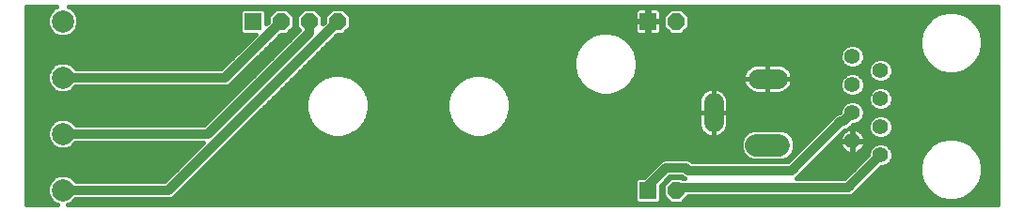
<source format=gbl>
G75*
%MOIN*%
%OFA0B0*%
%FSLAX24Y24*%
%IPPOS*%
%LPD*%
%AMOC8*
5,1,8,0,0,1.08239X$1,22.5*
%
%ADD10R,0.0600X0.0600*%
%ADD11OC8,0.0600*%
%ADD12C,0.0554*%
%ADD13C,0.0700*%
%ADD14C,0.0800*%
%ADD15C,0.0787*%
%ADD16C,0.0320*%
%ADD17C,0.0160*%
D10*
X008680Y007180D03*
X022680Y007180D03*
X022680Y001180D03*
D11*
X023680Y001180D03*
X023680Y007180D03*
X011680Y007180D03*
X010680Y007180D03*
X009680Y007180D03*
D12*
X029930Y005930D03*
X030930Y005430D03*
X029930Y004930D03*
X030930Y004430D03*
X029930Y003930D03*
X030930Y003430D03*
X029930Y002930D03*
X030930Y002430D03*
D13*
X025001Y003598D02*
X025001Y004298D01*
X026580Y005149D02*
X027280Y005149D01*
D14*
X027330Y002786D02*
X026530Y002786D01*
D15*
X001940Y003188D03*
X001940Y001188D03*
X001940Y005188D03*
X001940Y007188D03*
D16*
X001940Y005188D02*
X001980Y005180D01*
X007680Y005180D01*
X009680Y007180D01*
X010680Y007180D02*
X010680Y006780D01*
X007080Y003180D01*
X001980Y003180D01*
X001940Y003188D01*
X001940Y001188D02*
X001980Y001180D01*
X005680Y001180D01*
X011680Y007180D01*
X022680Y001330D02*
X023330Y001980D01*
X024030Y001980D01*
X024130Y001880D01*
X027780Y001880D01*
X029530Y003630D01*
X029630Y003630D01*
X029930Y003930D01*
X030930Y002430D02*
X029780Y001280D01*
X023830Y001280D01*
X023730Y001180D01*
X023680Y001180D01*
X022680Y001180D02*
X022680Y001330D01*
D17*
X001749Y000668D02*
X000660Y000668D01*
X000660Y007700D01*
X001728Y007700D01*
X001626Y007658D01*
X001470Y007502D01*
X001386Y007298D01*
X001386Y007078D01*
X001470Y006875D01*
X001626Y006719D01*
X001830Y006635D01*
X002050Y006635D01*
X002253Y006719D01*
X002409Y006875D01*
X002494Y007078D01*
X002494Y007298D01*
X002409Y007502D01*
X002253Y007658D01*
X002151Y007700D01*
X035070Y007700D01*
X035070Y000668D01*
X002130Y000668D01*
X002253Y000719D01*
X002395Y000860D01*
X005744Y000860D01*
X005861Y000909D01*
X005951Y000999D01*
X011673Y006720D01*
X011871Y006720D01*
X012140Y006989D01*
X012140Y007371D01*
X011871Y007640D01*
X011489Y007640D01*
X011220Y007371D01*
X011220Y007173D01*
X011140Y007093D01*
X011140Y007371D01*
X010871Y007640D01*
X010489Y007640D01*
X010220Y007371D01*
X010220Y006989D01*
X010328Y006881D01*
X006947Y003500D01*
X002410Y003500D01*
X002409Y003502D01*
X002253Y003658D01*
X002050Y003742D01*
X001830Y003742D01*
X001626Y003658D01*
X001470Y003502D01*
X001386Y003298D01*
X001386Y003078D01*
X001470Y002875D01*
X001626Y002719D01*
X001830Y002635D01*
X002050Y002635D01*
X002253Y002719D01*
X002395Y002860D01*
X006907Y002860D01*
X005547Y001500D01*
X002410Y001500D01*
X002409Y001502D01*
X002253Y001658D01*
X002050Y001742D01*
X001830Y001742D01*
X001626Y001658D01*
X001470Y001502D01*
X001386Y001298D01*
X001386Y001078D01*
X001470Y000875D01*
X001626Y000719D01*
X001749Y000668D01*
X001531Y000814D02*
X000660Y000814D01*
X000660Y000973D02*
X001430Y000973D01*
X001386Y001131D02*
X000660Y001131D01*
X000660Y001290D02*
X001386Y001290D01*
X001448Y001448D02*
X000660Y001448D01*
X000660Y001607D02*
X001575Y001607D01*
X002305Y001607D02*
X005654Y001607D01*
X005812Y001765D02*
X000660Y001765D01*
X000660Y001924D02*
X005971Y001924D01*
X006129Y002082D02*
X000660Y002082D01*
X000660Y002241D02*
X006288Y002241D01*
X006446Y002399D02*
X000660Y002399D01*
X000660Y002558D02*
X006605Y002558D01*
X006763Y002716D02*
X002246Y002716D01*
X001633Y002716D02*
X000660Y002716D01*
X000660Y002875D02*
X001471Y002875D01*
X001405Y003033D02*
X000660Y003033D01*
X000660Y003192D02*
X001386Y003192D01*
X001407Y003350D02*
X000660Y003350D01*
X000660Y003509D02*
X001477Y003509D01*
X001649Y003667D02*
X000660Y003667D01*
X000660Y003826D02*
X007273Y003826D01*
X007431Y003984D02*
X000660Y003984D01*
X000660Y004143D02*
X007590Y004143D01*
X007748Y004301D02*
X000660Y004301D01*
X000660Y004460D02*
X007907Y004460D01*
X008065Y004618D02*
X000660Y004618D01*
X000660Y004777D02*
X001569Y004777D01*
X001626Y004719D02*
X001830Y004635D01*
X002050Y004635D01*
X002253Y004719D01*
X002395Y004860D01*
X007744Y004860D01*
X007861Y004909D01*
X007951Y004999D01*
X009673Y006720D01*
X009871Y006720D01*
X010140Y006989D01*
X010140Y007371D01*
X009871Y007640D01*
X009489Y007640D01*
X009220Y007371D01*
X009220Y007173D01*
X009140Y007093D01*
X009140Y007546D01*
X009046Y007640D01*
X008314Y007640D01*
X008220Y007546D01*
X008220Y006814D01*
X008314Y006720D01*
X008767Y006720D01*
X007547Y005500D01*
X002410Y005500D01*
X002409Y005502D01*
X002253Y005658D01*
X002050Y005742D01*
X001830Y005742D01*
X001626Y005658D01*
X001470Y005502D01*
X001386Y005298D01*
X001386Y005078D01*
X001470Y004875D01*
X001626Y004719D01*
X001445Y004935D02*
X000660Y004935D01*
X000660Y005094D02*
X001386Y005094D01*
X001386Y005252D02*
X000660Y005252D01*
X000660Y005411D02*
X001433Y005411D01*
X001537Y005569D02*
X000660Y005569D01*
X000660Y005728D02*
X001795Y005728D01*
X002085Y005728D02*
X007775Y005728D01*
X007933Y005886D02*
X000660Y005886D01*
X000660Y006045D02*
X008092Y006045D01*
X008250Y006203D02*
X000660Y006203D01*
X000660Y006362D02*
X008409Y006362D01*
X008567Y006520D02*
X000660Y006520D01*
X000660Y006679D02*
X001724Y006679D01*
X001508Y006837D02*
X000660Y006837D01*
X000660Y006996D02*
X001420Y006996D01*
X001386Y007154D02*
X000660Y007154D01*
X000660Y007313D02*
X001392Y007313D01*
X001458Y007471D02*
X000660Y007471D01*
X000660Y007630D02*
X001598Y007630D01*
X002282Y007630D02*
X008303Y007630D01*
X008220Y007471D02*
X002422Y007471D01*
X002488Y007313D02*
X008220Y007313D01*
X008220Y007154D02*
X002494Y007154D01*
X002459Y006996D02*
X008220Y006996D01*
X008220Y006837D02*
X002372Y006837D01*
X002156Y006679D02*
X008726Y006679D01*
X009314Y006362D02*
X009809Y006362D01*
X009967Y006520D02*
X009473Y006520D01*
X009631Y006679D02*
X010126Y006679D01*
X009988Y006837D02*
X010284Y006837D01*
X010220Y006996D02*
X010140Y006996D01*
X010140Y007154D02*
X010220Y007154D01*
X010220Y007313D02*
X010140Y007313D01*
X010040Y007471D02*
X010320Y007471D01*
X010479Y007630D02*
X009881Y007630D01*
X009479Y007630D02*
X009057Y007630D01*
X009140Y007471D02*
X009320Y007471D01*
X009220Y007313D02*
X009140Y007313D01*
X009140Y007154D02*
X009201Y007154D01*
X010881Y007630D02*
X011479Y007630D01*
X011320Y007471D02*
X011040Y007471D01*
X011140Y007313D02*
X011220Y007313D01*
X011201Y007154D02*
X011140Y007154D01*
X011988Y006837D02*
X022205Y006837D01*
X022200Y006856D02*
X022212Y006811D01*
X022236Y006769D01*
X022269Y006736D01*
X022311Y006712D01*
X022356Y006700D01*
X022660Y006700D01*
X022660Y007160D01*
X022700Y007160D01*
X022700Y007200D01*
X022660Y007200D01*
X022660Y007660D01*
X022356Y007660D01*
X022311Y007648D01*
X022269Y007624D01*
X022236Y007591D01*
X022212Y007549D01*
X022200Y007504D01*
X022200Y007200D01*
X022660Y007200D01*
X022660Y007160D01*
X022200Y007160D01*
X022200Y006856D01*
X022200Y006996D02*
X012140Y006996D01*
X012140Y007154D02*
X022200Y007154D01*
X022200Y007313D02*
X012140Y007313D01*
X012040Y007471D02*
X022200Y007471D01*
X022279Y007630D02*
X011881Y007630D01*
X011631Y006679D02*
X020649Y006679D01*
X020744Y006733D02*
X020486Y006584D01*
X020276Y006374D01*
X020127Y006116D01*
X020050Y005829D01*
X020050Y005531D01*
X020127Y005244D01*
X020276Y004986D01*
X020486Y004776D01*
X020744Y004627D01*
X021031Y004550D01*
X021329Y004550D01*
X021616Y004627D01*
X021874Y004776D01*
X022084Y004986D01*
X022233Y005244D01*
X022310Y005531D01*
X022310Y005829D01*
X022233Y006116D01*
X022084Y006374D01*
X021874Y006584D01*
X021616Y006733D01*
X021329Y006810D01*
X021031Y006810D01*
X020744Y006733D01*
X020422Y006520D02*
X011473Y006520D01*
X011314Y006362D02*
X020269Y006362D01*
X020177Y006203D02*
X011156Y006203D01*
X010997Y006045D02*
X020108Y006045D01*
X020065Y005886D02*
X010839Y005886D01*
X010680Y005728D02*
X020050Y005728D01*
X020050Y005569D02*
X010522Y005569D01*
X010363Y005411D02*
X020082Y005411D01*
X020125Y005252D02*
X017045Y005252D01*
X017116Y005233D02*
X016829Y005310D01*
X016531Y005310D01*
X016244Y005233D01*
X015986Y005084D01*
X015776Y004874D01*
X015627Y004616D01*
X015550Y004329D01*
X015550Y004031D01*
X015627Y003744D01*
X015776Y003486D01*
X015986Y003276D01*
X016244Y003127D01*
X016531Y003050D01*
X016829Y003050D01*
X017116Y003127D01*
X017374Y003276D01*
X017584Y003486D01*
X017733Y003744D01*
X017810Y004031D01*
X017810Y004329D01*
X017733Y004616D01*
X017584Y004874D01*
X017374Y005084D01*
X017116Y005233D01*
X017358Y005094D02*
X020214Y005094D01*
X020327Y004935D02*
X017523Y004935D01*
X017640Y004777D02*
X020485Y004777D01*
X020777Y004618D02*
X017732Y004618D01*
X017775Y004460D02*
X024496Y004460D01*
X024484Y004422D02*
X024471Y004339D01*
X024471Y003948D01*
X025001Y003948D01*
X025001Y003948D01*
X025001Y004828D01*
X025043Y004828D01*
X025125Y004815D01*
X025204Y004789D01*
X025279Y004751D01*
X025346Y004702D01*
X025405Y004643D01*
X025454Y004575D01*
X025492Y004501D01*
X025518Y004422D01*
X025531Y004339D01*
X025531Y003948D01*
X025001Y003948D01*
X025001Y003948D01*
X025001Y004828D01*
X024959Y004828D01*
X024877Y004815D01*
X024797Y004789D01*
X024723Y004751D01*
X024656Y004702D01*
X024597Y004643D01*
X024548Y004575D01*
X024510Y004501D01*
X024484Y004422D01*
X024471Y004301D02*
X017810Y004301D01*
X017810Y004143D02*
X024471Y004143D01*
X024471Y003984D02*
X017797Y003984D01*
X017755Y003826D02*
X024471Y003826D01*
X024471Y003948D02*
X024471Y003556D01*
X024484Y003474D01*
X024510Y003394D01*
X024548Y003320D01*
X024597Y003252D01*
X024656Y003193D01*
X024723Y003144D01*
X024797Y003107D01*
X024877Y003081D01*
X024959Y003068D01*
X025001Y003068D01*
X025043Y003068D01*
X025125Y003081D01*
X025204Y003107D01*
X025279Y003144D01*
X025346Y003193D01*
X025405Y003252D01*
X025454Y003320D01*
X025492Y003394D01*
X025518Y003474D01*
X025531Y003556D01*
X025531Y003948D01*
X025001Y003948D01*
X025001Y003948D01*
X025001Y003068D01*
X025001Y003948D01*
X025001Y003948D01*
X024471Y003948D01*
X025001Y003984D02*
X025001Y003984D01*
X025001Y003826D02*
X025001Y003826D01*
X025001Y003667D02*
X025001Y003667D01*
X025001Y003509D02*
X025001Y003509D01*
X025001Y003350D02*
X025001Y003350D01*
X025001Y003192D02*
X025001Y003192D01*
X025343Y003192D02*
X026143Y003192D01*
X026213Y003261D02*
X026055Y003104D01*
X025970Y002898D01*
X025970Y002675D01*
X026055Y002469D01*
X026213Y002312D01*
X026419Y002226D01*
X027441Y002226D01*
X027647Y002312D01*
X027805Y002469D01*
X027890Y002675D01*
X027890Y002898D01*
X027805Y003104D01*
X027647Y003261D01*
X027441Y003346D01*
X026419Y003346D01*
X026213Y003261D01*
X026026Y003033D02*
X007986Y003033D01*
X008144Y003192D02*
X011132Y003192D01*
X011244Y003127D02*
X011531Y003050D01*
X011829Y003050D01*
X012116Y003127D01*
X012374Y003276D01*
X012584Y003486D01*
X012733Y003744D01*
X012810Y004031D01*
X012810Y004329D01*
X012733Y004616D01*
X012584Y004874D01*
X012374Y005084D01*
X012116Y005233D01*
X011829Y005310D01*
X011531Y005310D01*
X011244Y005233D01*
X010986Y005084D01*
X010776Y004874D01*
X010627Y004616D01*
X010550Y004329D01*
X010550Y004031D01*
X010627Y003744D01*
X010776Y003486D01*
X010986Y003276D01*
X011244Y003127D01*
X010912Y003350D02*
X008303Y003350D01*
X008461Y003509D02*
X010763Y003509D01*
X010671Y003667D02*
X008620Y003667D01*
X008778Y003826D02*
X010605Y003826D01*
X010563Y003984D02*
X008937Y003984D01*
X009095Y004143D02*
X010550Y004143D01*
X010550Y004301D02*
X009254Y004301D01*
X009412Y004460D02*
X010585Y004460D01*
X010628Y004618D02*
X009571Y004618D01*
X009729Y004777D02*
X010720Y004777D01*
X010837Y004935D02*
X009888Y004935D01*
X010046Y005094D02*
X011002Y005094D01*
X011315Y005252D02*
X010205Y005252D01*
X009175Y005728D02*
X008680Y005728D01*
X008839Y005886D02*
X009333Y005886D01*
X009492Y006045D02*
X008997Y006045D01*
X009156Y006203D02*
X009650Y006203D01*
X009016Y005569D02*
X008522Y005569D01*
X008363Y005411D02*
X008858Y005411D01*
X008699Y005252D02*
X008205Y005252D01*
X008046Y005094D02*
X008541Y005094D01*
X008382Y004935D02*
X007888Y004935D01*
X008224Y004777D02*
X002311Y004777D01*
X002342Y005569D02*
X007616Y005569D01*
X007114Y003667D02*
X002231Y003667D01*
X002403Y003509D02*
X006956Y003509D01*
X007827Y002875D02*
X025970Y002875D01*
X025970Y002716D02*
X007669Y002716D01*
X007510Y002558D02*
X026019Y002558D01*
X026125Y002399D02*
X007352Y002399D01*
X007193Y002241D02*
X023138Y002241D01*
X023149Y002251D02*
X022537Y001640D01*
X022314Y001640D01*
X022220Y001546D01*
X022220Y000814D01*
X002349Y000814D01*
X005925Y000973D02*
X022220Y000973D01*
X022220Y001131D02*
X006084Y001131D01*
X006242Y001290D02*
X022220Y001290D01*
X022220Y001448D02*
X006401Y001448D01*
X006559Y001607D02*
X022280Y001607D01*
X022662Y001765D02*
X006718Y001765D01*
X006876Y001924D02*
X022821Y001924D01*
X022979Y002082D02*
X007035Y002082D01*
X012228Y003192D02*
X016132Y003192D01*
X015912Y003350D02*
X012448Y003350D01*
X012597Y003509D02*
X015763Y003509D01*
X015671Y003667D02*
X012689Y003667D01*
X012755Y003826D02*
X015605Y003826D01*
X015563Y003984D02*
X012797Y003984D01*
X012810Y004143D02*
X015550Y004143D01*
X015550Y004301D02*
X012810Y004301D01*
X012775Y004460D02*
X015585Y004460D01*
X015628Y004618D02*
X012732Y004618D01*
X012640Y004777D02*
X015720Y004777D01*
X015837Y004935D02*
X012523Y004935D01*
X012358Y005094D02*
X016002Y005094D01*
X016315Y005252D02*
X012045Y005252D01*
X017228Y003192D02*
X024658Y003192D01*
X024532Y003350D02*
X017448Y003350D01*
X017597Y003509D02*
X024478Y003509D01*
X024471Y003667D02*
X017689Y003667D01*
X021583Y004618D02*
X024578Y004618D01*
X024773Y004777D02*
X021875Y004777D01*
X022033Y004935D02*
X026094Y004935D01*
X026089Y004945D02*
X026127Y004871D01*
X026176Y004803D01*
X026235Y004744D01*
X026302Y004695D01*
X026377Y004657D01*
X026456Y004632D01*
X026538Y004619D01*
X026930Y004619D01*
X027322Y004619D01*
X027404Y004632D01*
X027483Y004657D01*
X027558Y004695D01*
X027625Y004744D01*
X027684Y004803D01*
X027733Y004871D01*
X027771Y004945D01*
X027797Y005024D01*
X027810Y005107D01*
X027810Y005148D01*
X026930Y005148D01*
X026930Y004619D01*
X026930Y005148D01*
X026930Y005148D01*
X026930Y005149D01*
X026930Y005679D01*
X026538Y005679D01*
X026456Y005665D01*
X026377Y005640D01*
X026302Y005602D01*
X026235Y005553D01*
X026176Y005494D01*
X026127Y005426D01*
X026089Y005352D01*
X026063Y005273D01*
X026050Y005190D01*
X026050Y005149D01*
X026930Y005149D01*
X026930Y005149D01*
X026930Y005679D01*
X027322Y005679D01*
X027404Y005665D01*
X027483Y005640D01*
X027558Y005602D01*
X027625Y005553D01*
X027684Y005494D01*
X027733Y005426D01*
X027771Y005352D01*
X027797Y005273D01*
X027810Y005190D01*
X027810Y005149D01*
X026930Y005149D01*
X026930Y005148D01*
X026050Y005148D01*
X026050Y005107D01*
X026063Y005024D01*
X026089Y004945D01*
X026052Y005094D02*
X022146Y005094D01*
X022235Y005252D02*
X026060Y005252D01*
X026119Y005411D02*
X022278Y005411D01*
X022310Y005569D02*
X026257Y005569D01*
X026930Y005569D02*
X026930Y005569D01*
X026930Y005411D02*
X026930Y005411D01*
X026930Y005252D02*
X026930Y005252D01*
X026930Y005094D02*
X026930Y005094D01*
X026930Y004935D02*
X026930Y004935D01*
X026930Y004777D02*
X026930Y004777D01*
X027658Y004777D02*
X029520Y004777D01*
X029493Y004843D02*
X029559Y004682D01*
X029682Y004559D01*
X029843Y004493D01*
X030017Y004493D01*
X030178Y004559D01*
X030301Y004682D01*
X030367Y004843D01*
X030367Y005017D01*
X030301Y005178D01*
X030178Y005301D01*
X030017Y005367D01*
X029843Y005367D01*
X029682Y005301D01*
X029559Y005178D01*
X029493Y005017D01*
X029493Y004843D01*
X029493Y004935D02*
X027766Y004935D01*
X027808Y005094D02*
X029525Y005094D01*
X029634Y005252D02*
X027800Y005252D01*
X027741Y005411D02*
X030493Y005411D01*
X030493Y005343D02*
X030559Y005182D01*
X030682Y005059D01*
X030843Y004993D01*
X031017Y004993D01*
X031178Y005059D01*
X031301Y005182D01*
X031367Y005343D01*
X031367Y005517D01*
X031301Y005678D01*
X031178Y005801D01*
X031017Y005867D01*
X030843Y005867D01*
X030682Y005801D01*
X030559Y005678D01*
X030493Y005517D01*
X030493Y005343D01*
X030531Y005252D02*
X030226Y005252D01*
X030335Y005094D02*
X030648Y005094D01*
X030682Y004801D02*
X030843Y004867D01*
X031017Y004867D01*
X031178Y004801D01*
X031301Y004678D01*
X031367Y004517D01*
X031367Y004343D01*
X031301Y004182D01*
X031178Y004059D01*
X031017Y003993D01*
X030843Y003993D01*
X030682Y004059D01*
X030559Y004182D01*
X030493Y004343D01*
X030493Y004517D01*
X030559Y004678D01*
X030682Y004801D01*
X030658Y004777D02*
X030340Y004777D01*
X030367Y004935D02*
X035070Y004935D01*
X035070Y004777D02*
X031202Y004777D01*
X031325Y004618D02*
X035070Y004618D01*
X035070Y004460D02*
X031367Y004460D01*
X031350Y004301D02*
X035070Y004301D01*
X035070Y004143D02*
X031261Y004143D01*
X031118Y003826D02*
X035070Y003826D01*
X035070Y003984D02*
X030367Y003984D01*
X030367Y004017D02*
X030301Y004178D01*
X030178Y004301D01*
X030017Y004367D01*
X029843Y004367D01*
X029682Y004301D01*
X029559Y004178D01*
X029493Y004017D01*
X029493Y003950D01*
X029466Y003950D01*
X029349Y003901D01*
X027647Y002200D01*
X024263Y002200D01*
X024211Y002251D01*
X024094Y002300D01*
X023266Y002300D01*
X023149Y002251D01*
X024222Y002241D02*
X026384Y002241D01*
X027476Y002241D02*
X027688Y002241D01*
X027735Y002399D02*
X027846Y002399D01*
X027841Y002558D02*
X028005Y002558D01*
X027890Y002716D02*
X028163Y002716D01*
X028322Y002875D02*
X027890Y002875D01*
X027834Y003033D02*
X028480Y003033D01*
X028639Y003192D02*
X027717Y003192D01*
X028797Y003350D02*
X025469Y003350D01*
X025523Y003509D02*
X028956Y003509D01*
X029114Y003667D02*
X025531Y003667D01*
X025531Y003826D02*
X029273Y003826D01*
X029493Y003984D02*
X025531Y003984D01*
X025531Y004143D02*
X029545Y004143D01*
X029683Y004301D02*
X025531Y004301D01*
X025506Y004460D02*
X030493Y004460D01*
X030510Y004301D02*
X030177Y004301D01*
X030315Y004143D02*
X030599Y004143D01*
X030367Y004017D02*
X030367Y003843D01*
X030301Y003682D01*
X030178Y003559D01*
X030017Y003493D01*
X029945Y003493D01*
X029901Y003449D01*
X029829Y003377D01*
X029894Y003387D01*
X029921Y003387D01*
X029921Y002939D01*
X029939Y002939D01*
X029939Y003387D01*
X029966Y003387D01*
X030037Y003376D01*
X030105Y003354D01*
X030170Y003321D01*
X030228Y003279D01*
X030279Y003228D01*
X030321Y003170D01*
X030354Y003105D01*
X030376Y003037D01*
X030387Y002966D01*
X030387Y002939D01*
X029939Y002939D01*
X029939Y002921D01*
X030387Y002921D01*
X030387Y002894D01*
X030376Y002823D01*
X030354Y002755D01*
X030321Y002690D01*
X030279Y002632D01*
X030228Y002581D01*
X030170Y002539D01*
X030105Y002506D01*
X030037Y002484D01*
X029966Y002473D01*
X029939Y002473D01*
X029939Y002921D01*
X029921Y002921D01*
X029921Y002473D01*
X029894Y002473D01*
X029823Y002484D01*
X029755Y002506D01*
X029690Y002539D01*
X029632Y002581D01*
X029581Y002632D01*
X029539Y002690D01*
X029506Y002755D01*
X029484Y002823D01*
X029473Y002894D01*
X029473Y002921D01*
X029921Y002921D01*
X029921Y002939D01*
X029473Y002939D01*
X029473Y002966D01*
X029484Y003037D01*
X029506Y003105D01*
X029539Y003170D01*
X029581Y003228D01*
X029632Y003279D01*
X029675Y003310D01*
X029663Y003310D01*
X028051Y001699D01*
X027961Y001609D01*
X027940Y001600D01*
X029647Y001600D01*
X030493Y002445D01*
X030493Y002517D01*
X030559Y002678D01*
X030682Y002801D01*
X030843Y002867D01*
X031017Y002867D01*
X031178Y002801D01*
X031301Y002678D01*
X031367Y002517D01*
X031367Y002343D01*
X031301Y002182D01*
X031178Y002059D01*
X031017Y001993D01*
X030945Y001993D01*
X030051Y001099D01*
X029961Y001009D01*
X029844Y000960D01*
X024111Y000960D01*
X023871Y000720D01*
X023489Y000720D01*
X023220Y000989D01*
X023220Y001371D01*
X023489Y001640D01*
X023871Y001640D01*
X023911Y001600D01*
X023970Y001600D01*
X023949Y001609D01*
X023897Y001660D01*
X023463Y001660D01*
X023140Y001337D01*
X023140Y000814D01*
X023395Y000814D01*
X023237Y000973D02*
X023140Y000973D01*
X023140Y001131D02*
X023220Y001131D01*
X023220Y001290D02*
X023140Y001290D01*
X023251Y001448D02*
X023297Y001448D01*
X023409Y001607D02*
X023456Y001607D01*
X023904Y001607D02*
X023954Y001607D01*
X023965Y000814D02*
X033268Y000814D01*
X033283Y000810D02*
X033577Y000810D01*
X033862Y000886D01*
X034118Y001034D01*
X034326Y001242D01*
X034474Y001498D01*
X034550Y001783D01*
X034550Y002077D01*
X034474Y002362D01*
X034326Y002618D01*
X034118Y002826D01*
X033862Y002974D01*
X033577Y003050D01*
X033283Y003050D01*
X032998Y002974D01*
X032742Y002826D01*
X032534Y002618D01*
X032386Y002362D01*
X032310Y002077D01*
X032310Y001783D01*
X032386Y001498D01*
X032534Y001242D01*
X032742Y001034D01*
X032998Y000886D01*
X033283Y000810D01*
X033592Y000814D02*
X035070Y000814D01*
X035070Y000973D02*
X034012Y000973D01*
X034215Y001131D02*
X035070Y001131D01*
X035070Y001290D02*
X034353Y001290D01*
X034445Y001448D02*
X035070Y001448D01*
X035070Y001607D02*
X034503Y001607D01*
X034545Y001765D02*
X035070Y001765D01*
X035070Y001924D02*
X034550Y001924D01*
X034549Y002082D02*
X035070Y002082D01*
X035070Y002241D02*
X034506Y002241D01*
X034452Y002399D02*
X035070Y002399D01*
X035070Y002558D02*
X034361Y002558D01*
X034228Y002716D02*
X035070Y002716D01*
X035070Y002875D02*
X034034Y002875D01*
X033641Y003033D02*
X035070Y003033D01*
X035070Y003192D02*
X031304Y003192D01*
X031301Y003182D02*
X031367Y003343D01*
X031367Y003517D01*
X031301Y003678D01*
X031178Y003801D01*
X031017Y003867D01*
X030843Y003867D01*
X030682Y003801D01*
X030559Y003678D01*
X030493Y003517D01*
X030493Y003343D01*
X030559Y003182D01*
X030682Y003059D01*
X030843Y002993D01*
X031017Y002993D01*
X031178Y003059D01*
X031301Y003182D01*
X031367Y003350D02*
X035070Y003350D01*
X035070Y003509D02*
X031367Y003509D01*
X031305Y003667D02*
X035070Y003667D01*
X033219Y003033D02*
X031114Y003033D01*
X030746Y003033D02*
X030377Y003033D01*
X030384Y002875D02*
X032826Y002875D01*
X032632Y002716D02*
X031262Y002716D01*
X031350Y002558D02*
X032499Y002558D01*
X032408Y002399D02*
X031367Y002399D01*
X031325Y002241D02*
X032354Y002241D01*
X032311Y002082D02*
X031200Y002082D01*
X030876Y001924D02*
X032310Y001924D01*
X032315Y001765D02*
X030718Y001765D01*
X030559Y001607D02*
X032357Y001607D01*
X032415Y001448D02*
X030401Y001448D01*
X030242Y001290D02*
X032507Y001290D01*
X032645Y001131D02*
X030084Y001131D01*
X029874Y000973D02*
X032848Y000973D01*
X030129Y002082D02*
X028435Y002082D01*
X028593Y002241D02*
X030288Y002241D01*
X030446Y002399D02*
X028752Y002399D01*
X028910Y002558D02*
X029665Y002558D01*
X029526Y002716D02*
X029069Y002716D01*
X029227Y002875D02*
X029476Y002875D01*
X029483Y003033D02*
X029386Y003033D01*
X029544Y003192D02*
X029555Y003192D01*
X029921Y003192D02*
X029939Y003192D01*
X029939Y003350D02*
X029921Y003350D01*
X030113Y003350D02*
X030493Y003350D01*
X030493Y003509D02*
X030055Y003509D01*
X030285Y003667D02*
X030555Y003667D01*
X030742Y003826D02*
X030360Y003826D01*
X030305Y003192D02*
X030556Y003192D01*
X029939Y003033D02*
X029921Y003033D01*
X029921Y002875D02*
X029939Y002875D01*
X029939Y002716D02*
X029921Y002716D01*
X029921Y002558D02*
X029939Y002558D01*
X030195Y002558D02*
X030510Y002558D01*
X030598Y002716D02*
X030334Y002716D01*
X029971Y001924D02*
X028276Y001924D01*
X028118Y001765D02*
X029812Y001765D01*
X029654Y001607D02*
X027956Y001607D01*
X023140Y000814D02*
X023046Y000720D01*
X022314Y000720D01*
X022220Y000814D01*
X025001Y004143D02*
X025001Y004143D01*
X025001Y004301D02*
X025001Y004301D01*
X025001Y004460D02*
X025001Y004460D01*
X025001Y004618D02*
X025001Y004618D01*
X025001Y004777D02*
X025001Y004777D01*
X025229Y004777D02*
X026202Y004777D01*
X025423Y004618D02*
X029624Y004618D01*
X030236Y004618D02*
X030535Y004618D01*
X031212Y005094D02*
X035070Y005094D01*
X035070Y005252D02*
X031329Y005252D01*
X031367Y005411D02*
X032956Y005411D01*
X032998Y005386D02*
X032742Y005534D01*
X032534Y005742D01*
X032386Y005998D01*
X032310Y006283D01*
X032310Y006577D01*
X032386Y006862D01*
X032534Y007118D01*
X032742Y007326D01*
X032998Y007474D01*
X033283Y007550D01*
X033577Y007550D01*
X033862Y007474D01*
X034118Y007326D01*
X034326Y007118D01*
X034474Y006862D01*
X034550Y006577D01*
X034550Y006283D01*
X034474Y005998D01*
X034326Y005742D01*
X034118Y005534D01*
X033862Y005386D01*
X033577Y005310D01*
X033283Y005310D01*
X032998Y005386D01*
X032707Y005569D02*
X031346Y005569D01*
X031251Y005728D02*
X032549Y005728D01*
X032451Y005886D02*
X030367Y005886D01*
X030367Y005843D02*
X030301Y005682D01*
X030178Y005559D01*
X030017Y005493D01*
X029843Y005493D01*
X029682Y005559D01*
X029559Y005682D01*
X029493Y005843D01*
X029493Y006017D01*
X029559Y006178D01*
X029682Y006301D01*
X029843Y006367D01*
X030017Y006367D01*
X030178Y006301D01*
X030301Y006178D01*
X030367Y006017D01*
X030367Y005843D01*
X030319Y005728D02*
X030609Y005728D01*
X030514Y005569D02*
X030187Y005569D01*
X029673Y005569D02*
X027603Y005569D01*
X029493Y005886D02*
X022295Y005886D01*
X022310Y005728D02*
X029541Y005728D01*
X029504Y006045D02*
X022252Y006045D01*
X022183Y006203D02*
X029585Y006203D01*
X029829Y006362D02*
X022091Y006362D01*
X021938Y006520D02*
X032310Y006520D01*
X032310Y006362D02*
X030031Y006362D01*
X030275Y006203D02*
X032331Y006203D01*
X032374Y006045D02*
X030356Y006045D01*
X032337Y006679D02*
X021711Y006679D01*
X022660Y006837D02*
X022700Y006837D01*
X022700Y006700D02*
X023004Y006700D01*
X023049Y006712D01*
X023091Y006736D01*
X023124Y006769D01*
X023148Y006811D01*
X023160Y006856D01*
X023160Y007160D01*
X022700Y007160D01*
X022700Y006700D01*
X023155Y006837D02*
X023372Y006837D01*
X023489Y006720D02*
X023871Y006720D01*
X024140Y006989D01*
X024140Y007371D01*
X023871Y007640D01*
X023489Y007640D01*
X023220Y007371D01*
X023220Y006989D01*
X023489Y006720D01*
X023988Y006837D02*
X032380Y006837D01*
X032463Y006996D02*
X024140Y006996D01*
X024140Y007154D02*
X032570Y007154D01*
X032729Y007313D02*
X024140Y007313D01*
X024040Y007471D02*
X032993Y007471D01*
X033867Y007471D02*
X035070Y007471D01*
X035070Y007313D02*
X034131Y007313D01*
X034290Y007154D02*
X035070Y007154D01*
X035070Y006996D02*
X034397Y006996D01*
X034480Y006837D02*
X035070Y006837D01*
X035070Y006679D02*
X034523Y006679D01*
X034550Y006520D02*
X035070Y006520D01*
X035070Y006362D02*
X034550Y006362D01*
X034529Y006203D02*
X035070Y006203D01*
X035070Y006045D02*
X034486Y006045D01*
X034409Y005886D02*
X035070Y005886D01*
X035070Y005728D02*
X034311Y005728D01*
X034153Y005569D02*
X035070Y005569D01*
X035070Y005411D02*
X033904Y005411D01*
X035070Y007630D02*
X023881Y007630D01*
X023479Y007630D02*
X023081Y007630D01*
X023091Y007624D02*
X023049Y007648D01*
X023004Y007660D01*
X022700Y007660D01*
X022700Y007200D01*
X023160Y007200D01*
X023160Y007504D01*
X023148Y007549D01*
X023124Y007591D01*
X023091Y007624D01*
X023160Y007471D02*
X023320Y007471D01*
X023220Y007313D02*
X023160Y007313D01*
X023160Y007154D02*
X023220Y007154D01*
X023220Y006996D02*
X023160Y006996D01*
X022700Y006996D02*
X022660Y006996D01*
X022660Y007154D02*
X022700Y007154D01*
X022700Y007313D02*
X022660Y007313D01*
X022660Y007471D02*
X022700Y007471D01*
X022700Y007630D02*
X022660Y007630D01*
M02*

</source>
